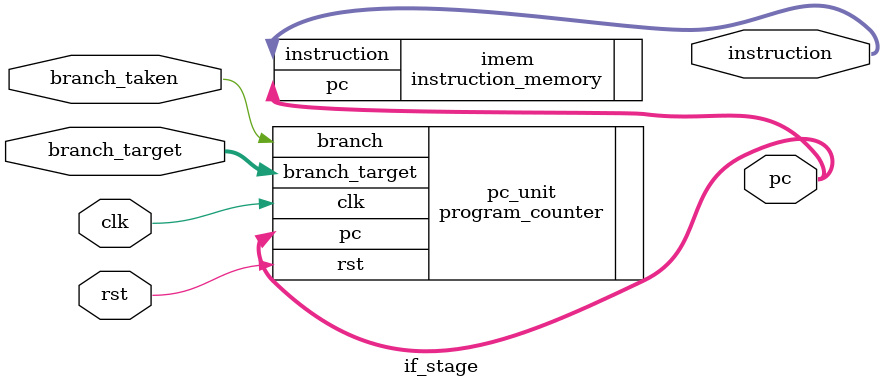
<source format=v>

module if_stage (
    input wire clk,
    input wire rst,
    input wire branch_taken,
    input wire [63:0] branch_target,
    output wire [63:0] pc,
    output wire [31:0] instruction
);

    // Program counter
    program_counter pc_unit (
        .clk(clk),
        .rst(rst),
        .branch(branch_taken),
        .branch_target(branch_target),
        .pc(pc)
    );
    
    // Instruction memory
    instruction_memory imem (
        .pc(pc),
        .instruction(instruction)
    );

endmodule 
</source>
